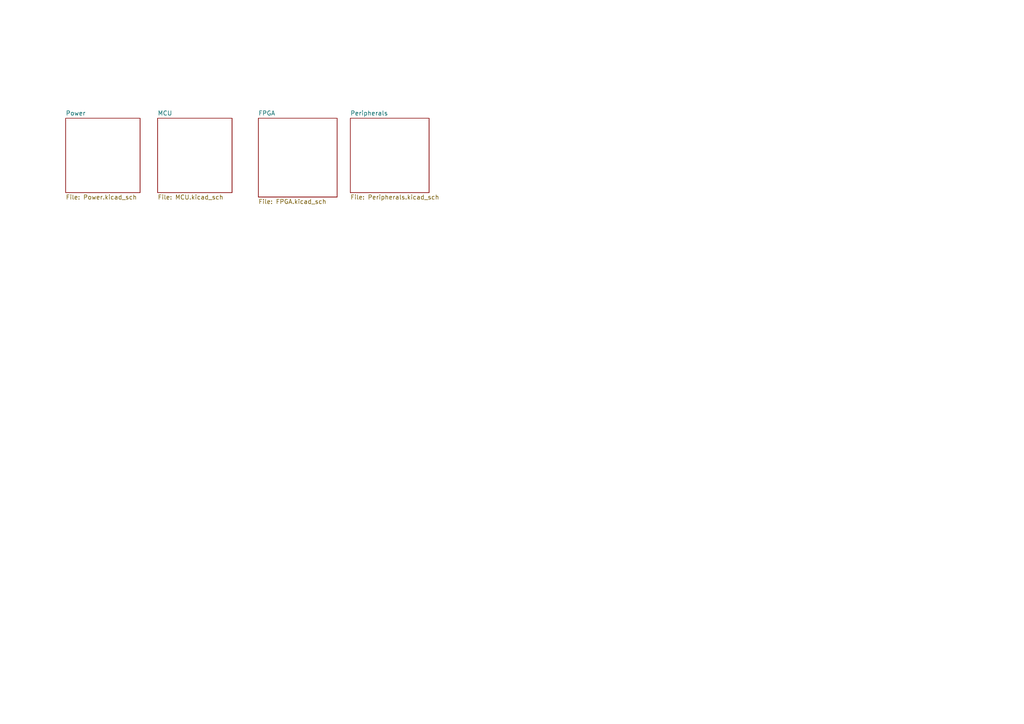
<source format=kicad_sch>
(kicad_sch (version 20211123) (generator eeschema)
  (paper "A4")
  (lib_symbols)
  (sheet (at 45.72 34.29) (size 21.59 21.59) (stroke (width 0.1524))
    (property "Sheet name" "MCU" (at 45.72 33.5784 0) (effects (justify left bottom)))
    (property "Sheet file" "MCU.kicad_sch" (at 45.72 56.4646 0) (effects (justify left top)))
  )
  (sheet (at 101.6 34.29) (size 22.86 21.59) (stroke (width 0.1524))
    (property "Sheet name" "Peripherals" (at 101.6 33.5784 0) (effects (justify left bottom)))
    (property "Sheet file" "Peripherals.kicad_sch" (at 101.6 56.4646 0) (effects (justify left top)))
  )
  (sheet (at 19.05 34.29) (size 21.59 21.59) (stroke (width 0.1524))
    (property "Sheet name" "Power" (at 19.05 33.5784 0) (effects (justify left bottom)))
    (property "Sheet file" "Power.kicad_sch" (at 19.05 56.4646 0) (effects (justify left top)))
  )
  (sheet (at 74.93 34.29) (size 22.86 22.86) (stroke (width 0.1524))
    (property "Sheet name" "FPGA" (at 74.93 33.5784 0) (effects (justify left bottom)))
    (property "Sheet file" "FPGA.kicad_sch" (at 74.93 57.7346 0) (effects (justify left top)))
  )
)
</source>
